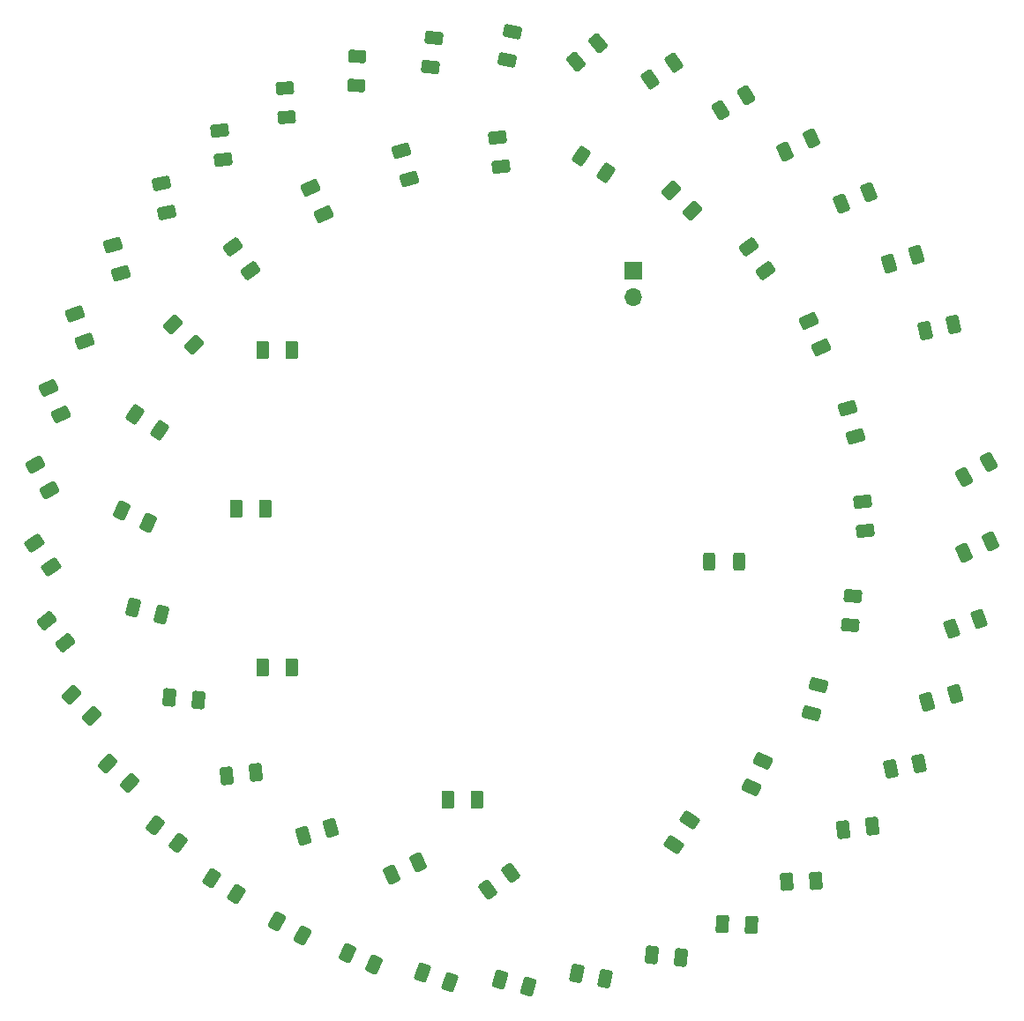
<source format=gbr>
%TF.GenerationSoftware,KiCad,Pcbnew,7.0.6*%
%TF.CreationDate,2023-07-26T18:59:44+05:30*%
%TF.ProjectId,class3_assignment,636c6173-7333-45f6-9173-7369676e6d65,rev?*%
%TF.SameCoordinates,Original*%
%TF.FileFunction,Soldermask,Top*%
%TF.FilePolarity,Negative*%
%FSLAX46Y46*%
G04 Gerber Fmt 4.6, Leading zero omitted, Abs format (unit mm)*
G04 Created by KiCad (PCBNEW 7.0.6) date 2023-07-26 18:59:44*
%MOMM*%
%LPD*%
G01*
G04 APERTURE LIST*
G04 Aperture macros list*
%AMRoundRect*
0 Rectangle with rounded corners*
0 $1 Rounding radius*
0 $2 $3 $4 $5 $6 $7 $8 $9 X,Y pos of 4 corners*
0 Add a 4 corners polygon primitive as box body*
4,1,4,$2,$3,$4,$5,$6,$7,$8,$9,$2,$3,0*
0 Add four circle primitives for the rounded corners*
1,1,$1+$1,$2,$3*
1,1,$1+$1,$4,$5*
1,1,$1+$1,$6,$7*
1,1,$1+$1,$8,$9*
0 Add four rect primitives between the rounded corners*
20,1,$1+$1,$2,$3,$4,$5,0*
20,1,$1+$1,$4,$5,$6,$7,0*
20,1,$1+$1,$6,$7,$8,$9,0*
20,1,$1+$1,$8,$9,$2,$3,0*%
G04 Aperture macros list end*
%ADD10RoundRect,0.250000X0.696886X0.213542X0.139527X0.715389X-0.696886X-0.213542X-0.139527X-0.715389X0*%
%ADD11RoundRect,0.250000X0.724924X-0.075729X0.407961X0.604002X-0.724924X0.075729X-0.407961X-0.604002X0*%
%ADD12RoundRect,0.250000X0.188200X0.704153X-0.532746X0.497425X-0.188200X-0.704153X0.532746X-0.497425X0*%
%ADD13RoundRect,0.250000X0.296036X0.666042X-0.448373X0.574640X-0.296036X-0.666042X0.448373X-0.574640X0*%
%ADD14RoundRect,0.250000X-0.051303X0.727061X-0.665667X0.296879X0.051303X-0.727061X0.665667X-0.296879X0*%
%ADD15RoundRect,0.250000X0.680292X0.261634X0.089284X0.723380X-0.680292X-0.261634X-0.089284X-0.723380X0*%
%ADD16RoundRect,0.250000X0.726055X0.063984X0.285216X0.670747X-0.726055X-0.063984X-0.285216X-0.670747X0*%
%ADD17RoundRect,0.250000X0.418440X-0.596790X0.723492X0.088369X-0.418440X0.596790X-0.723492X-0.088369X0*%
%ADD18RoundRect,0.250000X0.666042X-0.296036X0.574640X0.448373X-0.666042X0.296036X-0.574640X-0.448373X0*%
%ADD19RoundRect,0.250000X0.582378X-0.438276X0.660774X0.307615X-0.582378X0.438276X-0.660774X-0.307615X0*%
%ADD20RoundRect,0.250000X0.126113X0.717876X-0.574073X0.449100X-0.126113X-0.717876X0.574073X-0.449100X0*%
%ADD21R,1.700000X1.700000*%
%ADD22O,1.700000X1.700000*%
%ADD23RoundRect,0.250000X-0.114476X0.719823X-0.689009X0.237732X0.114476X-0.719823X0.689009X-0.237732X0*%
%ADD24RoundRect,0.250000X0.075729X0.724924X-0.604002X0.407961X-0.075729X-0.724924X0.604002X-0.407961X0*%
%ADD25RoundRect,0.250000X-0.375000X-0.625000X0.375000X-0.625000X0.375000X0.625000X-0.375000X0.625000X0*%
%ADD26RoundRect,0.250000X0.236861X0.689309X-0.496750X0.533375X-0.236861X-0.689309X0.496750X-0.533375X0*%
%ADD27RoundRect,0.250000X0.596790X0.418440X-0.088369X0.723492X-0.596790X-0.418440X0.088369X-0.723492X0*%
%ADD28RoundRect,0.250000X0.341776X0.643769X-0.407196X0.604517X-0.341776X-0.643769X0.407196X-0.604517X0*%
%ADD29RoundRect,0.250000X0.515714X-0.515062X0.697156X0.212660X-0.515714X0.515062X-0.697156X-0.212660X0*%
%ADD30RoundRect,0.250000X0.689309X-0.236861X0.533375X0.496750X-0.689309X0.236861X-0.533375X-0.496750X0*%
%ADD31RoundRect,0.250000X0.523984X0.506646X-0.200460X0.700761X-0.523984X-0.506646X0.200460X-0.700761X0*%
%ADD32RoundRect,0.250000X0.717876X-0.126113X0.449100X0.574073X-0.717876X0.126113X-0.449100X-0.574073X0*%
%ADD33RoundRect,0.250000X0.654901X0.319929X0.025898X0.728409X-0.654901X-0.319929X-0.025898X-0.728409X0*%
%ADD34RoundRect,0.250000X0.224794X0.693338X-0.505983X0.524625X-0.224794X-0.693338X0.505983X-0.524625X0*%
%ADD35RoundRect,0.250000X0.726135X-0.063066X0.397357X0.611030X-0.726135X0.063066X-0.397357X-0.611030X0*%
%ADD36RoundRect,0.250000X0.541964X-0.487366X0.685070X0.248855X-0.541964X0.487366X-0.685070X-0.248855X0*%
%ADD37RoundRect,0.250000X0.396584X0.611532X-0.352959X0.637707X-0.396584X-0.611532X0.352959X-0.637707X0*%
%ADD38RoundRect,0.250000X0.704153X-0.188200X0.497425X0.532746X-0.704153X0.188200X-0.497425X-0.532746X0*%
%ADD39RoundRect,0.250000X0.063066X0.726135X-0.611030X0.397357X-0.063066X-0.726135X0.611030X-0.397357X0*%
%ADD40RoundRect,0.250000X0.727846X0.038606X0.308451X0.660385X-0.727846X-0.038606X-0.308451X-0.660385X0*%
%ADD41RoundRect,0.250000X0.308451X-0.660385X0.727846X-0.038606X-0.308451X0.660385X-0.727846X0.038606X0*%
%ADD42RoundRect,0.250000X0.175882X0.707330X-0.541347X0.488051X-0.175882X-0.707330X0.541347X-0.488051X0*%
%ADD43RoundRect,0.250000X0.566147X0.459050X-0.138622X0.715565X-0.566147X-0.459050X0.138622X-0.715565X0*%
%ADD44RoundRect,0.250000X0.113565X0.719967X-0.581823X0.439012X-0.113565X-0.719967X0.581823X-0.439012X0*%
%ADD45RoundRect,0.250000X0.721711X0.101896X0.249721X0.684755X-0.721711X-0.101896X-0.249721X-0.684755X0*%
%ADD46RoundRect,0.250000X0.703914X0.189090X0.164409X0.710084X-0.703914X-0.189090X-0.164409X-0.710084X0*%
%ADD47RoundRect,0.250000X0.438276X0.582378X-0.307615X0.660774X-0.438276X-0.582378X0.307615X-0.660774X0*%
%ADD48RoundRect,0.250000X0.611532X-0.396584X0.637707X0.352959X-0.611532X0.396584X-0.637707X-0.352959X0*%
%ADD49RoundRect,0.250000X0.660385X0.308451X0.038606X0.727846X-0.660385X-0.308451X-0.038606X-0.727846X0*%
%ADD50RoundRect,0.250000X0.307615X0.660774X-0.438276X0.582378X-0.307615X-0.660774X0.438276X-0.582378X0*%
%ADD51RoundRect,0.250000X0.630988X0.364834X-0.024976X0.728441X-0.630988X-0.364834X0.024976X-0.728441X0*%
%ADD52RoundRect,0.250000X0.660774X-0.307615X0.582378X0.438276X-0.660774X0.307615X-0.582378X-0.438276X0*%
%ADD53RoundRect,0.250000X0.487366X0.541964X-0.248855X0.685070X-0.487366X-0.541964X0.248855X-0.685070X0*%
%ADD54RoundRect,0.250000X-0.000461X0.728869X-0.643337X0.342590X0.000461X-0.728869X0.643337X-0.342590X0*%
%ADD55RoundRect,0.250000X0.597319X-0.417684X0.649636X0.330489X-0.597319X0.417684X-0.649636X-0.330489X0*%
%ADD56RoundRect,0.250000X-0.063984X0.726055X-0.670747X0.285216X0.063984X-0.726055X0.670747X-0.285216X0*%
%ADD57RoundRect,0.250000X0.515062X0.515714X-0.212660X0.697156X-0.515062X-0.515714X0.212660X-0.697156X0*%
%ADD58RoundRect,0.250000X0.417684X0.597319X-0.330489X0.649636X-0.417684X-0.597319X0.330489X-0.649636X0*%
%ADD59RoundRect,0.250000X0.728766X-0.012260X0.353766X0.637260X-0.728766X0.012260X-0.353766X-0.637260X0*%
%ADD60RoundRect,0.250000X0.643769X-0.341776X0.604517X0.407196X-0.643769X0.341776X-0.604517X-0.407196X0*%
%ADD61RoundRect,0.250000X0.012260X0.728766X-0.637260X0.353766X-0.012260X-0.728766X0.637260X-0.353766X0*%
%ADD62RoundRect,0.250000X0.712845X0.151991X0.201347X0.700507X-0.712845X-0.151991X-0.201347X-0.700507X0*%
%ADD63RoundRect,0.250000X-0.312500X-0.625000X0.312500X-0.625000X0.312500X0.625000X-0.312500X0.625000X0*%
G04 APERTURE END LIST*
D10*
%TO.C,D21*%
X162464403Y-140619283D03*
X160383597Y-138745717D03*
%TD*%
D11*
%TO.C,D26*%
X155877266Y-105227731D03*
X154693934Y-102690069D03*
%TD*%
D12*
%TO.C,D8*%
X241717366Y-132042308D03*
X239025834Y-132814092D03*
%TD*%
D13*
%TO.C,D10*%
X233779965Y-144785583D03*
X231000835Y-145126817D03*
%TD*%
D14*
%TO.C,D36*%
X214746313Y-71493993D03*
X212452687Y-73100007D03*
%TD*%
D15*
%TO.C,D20*%
X167141215Y-146397226D03*
X164934785Y-144673374D03*
%TD*%
D16*
%TO.C,D57*%
X223519999Y-91440024D03*
X221874201Y-89174776D03*
%TD*%
D17*
%TO.C,D63*%
X222127669Y-141083864D03*
X223266531Y-138525936D03*
%TD*%
D18*
%TO.C,D30*%
X171414717Y-80774465D03*
X171073483Y-77995335D03*
%TD*%
D19*
%TO.C,D33*%
X191375460Y-71854831D03*
X191668140Y-69070169D03*
%TD*%
D20*
%TO.C,D7*%
X244012513Y-124848685D03*
X241398487Y-125852115D03*
%TD*%
D21*
%TO.C,J1*%
X210820000Y-91440000D03*
D22*
X210820000Y-93980000D03*
%TD*%
D23*
%TO.C,D35*%
X207448462Y-69562597D03*
X205303538Y-71362403D03*
%TD*%
D24*
%TO.C,D6*%
X245108131Y-117392734D03*
X242570469Y-118576066D03*
%TD*%
D25*
%TO.C,D3*%
X175260000Y-129540000D03*
X178060000Y-129540000D03*
%TD*%
D26*
%TO.C,D9*%
X238270907Y-138732724D03*
X235532093Y-139314876D03*
%TD*%
D27*
%TO.C,D48*%
X164227364Y-115625531D03*
X161669436Y-114486669D03*
%TD*%
D28*
%TO.C,D11*%
X228360181Y-149989430D03*
X225564019Y-150135970D03*
%TD*%
D29*
%TO.C,D62*%
X227920609Y-133914514D03*
X228597991Y-131197686D03*
%TD*%
D30*
%TO.C,D29*%
X166062476Y-85813207D03*
X165480324Y-83074393D03*
%TD*%
D31*
%TO.C,D15*%
X200693896Y-160205947D03*
X197989304Y-159481253D03*
%TD*%
D32*
%TO.C,D27*%
X158182915Y-98208613D03*
X157179485Y-95594587D03*
%TD*%
D33*
%TO.C,D19*%
X172728739Y-151308695D03*
X170380461Y-149783705D03*
%TD*%
D34*
%TO.C,D41*%
X241580718Y-96586669D03*
X238852482Y-97216531D03*
%TD*%
D35*
%TO.C,D58*%
X228873020Y-98814412D03*
X227645580Y-96297788D03*
%TD*%
D36*
%TO.C,D34*%
X198681767Y-71219578D03*
X199216033Y-68471022D03*
%TD*%
D37*
%TO.C,D12*%
X222164447Y-154252059D03*
X219366153Y-154154341D03*
%TD*%
D38*
%TO.C,D53*%
X189275592Y-82594466D03*
X188503808Y-79902934D03*
%TD*%
%TO.C,D28*%
X161594592Y-91682366D03*
X160822808Y-88990834D03*
%TD*%
D39*
%TO.C,D43*%
X190148012Y-148249780D03*
X187631388Y-149477220D03*
%TD*%
D40*
%TO.C,D24*%
X154902970Y-119927953D03*
X153337230Y-117606647D03*
%TD*%
D12*
%TO.C,D44*%
X181794166Y-144981108D03*
X179102634Y-145752892D03*
%TD*%
D41*
%TO.C,D64*%
X214665530Y-146527653D03*
X216231270Y-144206347D03*
%TD*%
D42*
%TO.C,D40*%
X238027927Y-89927280D03*
X235350273Y-90745920D03*
%TD*%
D43*
%TO.C,D16*%
X193224870Y-159770128D03*
X190593730Y-158812472D03*
%TD*%
D44*
%TO.C,D39*%
X233424457Y-83919351D03*
X230828343Y-84968249D03*
%TD*%
D45*
%TO.C,D23*%
X156263349Y-127200404D03*
X154501251Y-125024396D03*
%TD*%
D46*
%TO.C,D56*%
X216455476Y-85717722D03*
X214441324Y-83772678D03*
%TD*%
D47*
%TO.C,D13*%
X215362531Y-157410540D03*
X212577869Y-157117860D03*
%TD*%
D25*
%TO.C,D1*%
X175260000Y-99060000D03*
X178060000Y-99060000D03*
%TD*%
D46*
%TO.C,D50*%
X168644576Y-98528622D03*
X166630424Y-96583578D03*
%TD*%
D48*
%TO.C,D32*%
X184249441Y-73696147D03*
X184347159Y-70897853D03*
%TD*%
D49*
%TO.C,D49*%
X165301653Y-106780270D03*
X162980347Y-105214530D03*
%TD*%
D50*
%TO.C,D45*%
X174591931Y-139658560D03*
X171807269Y-139951240D03*
%TD*%
D16*
%TO.C,D51*%
X174022499Y-91440024D03*
X172376701Y-89174776D03*
%TD*%
D39*
%TO.C,D38*%
X227912012Y-78771180D03*
X225395388Y-79998620D03*
%TD*%
D51*
%TO.C,D18*%
X179047168Y-155256733D03*
X176598232Y-153899267D03*
%TD*%
D35*
%TO.C,D52*%
X181062120Y-86003512D03*
X179834680Y-83486888D03*
%TD*%
D52*
%TO.C,D54*%
X198094740Y-81448431D03*
X197802060Y-78663769D03*
%TD*%
%TO.C,D60*%
X233094740Y-116448431D03*
X232802060Y-113663769D03*
%TD*%
D53*
%TO.C,D14*%
X208137378Y-159428833D03*
X205388822Y-158894567D03*
%TD*%
D54*
%TO.C,D37*%
X221621034Y-74577547D03*
X219220966Y-76019653D03*
%TD*%
D55*
%TO.C,D61*%
X231658141Y-125511390D03*
X231853459Y-122718210D03*
%TD*%
D56*
%TO.C,D42*%
X199081024Y-149233201D03*
X196815776Y-150878999D03*
%TD*%
D57*
%TO.C,D47*%
X165499414Y-124453491D03*
X162782586Y-123776109D03*
%TD*%
D58*
%TO.C,D46*%
X169034090Y-132653759D03*
X166240910Y-132458441D03*
%TD*%
D25*
%TO.C,D4*%
X193040000Y-142240000D03*
X195840000Y-142240000D03*
%TD*%
D59*
%TO.C,D25*%
X154787600Y-112527136D03*
X153387600Y-110102264D03*
%TD*%
D60*
%TO.C,D31*%
X177550070Y-76696681D03*
X177403530Y-73900519D03*
%TD*%
D27*
%TO.C,D17*%
X185949164Y-158089331D03*
X183391236Y-156950469D03*
%TD*%
D61*
%TO.C,D5*%
X244954136Y-109832300D03*
X242529264Y-111232300D03*
%TD*%
D38*
%TO.C,D59*%
X232141692Y-107343166D03*
X231369908Y-104651634D03*
%TD*%
D62*
%TO.C,D22*%
X158794198Y-134172395D03*
X156884602Y-132124605D03*
%TD*%
D25*
%TO.C,D2*%
X172720000Y-114300000D03*
X175520000Y-114300000D03*
%TD*%
D63*
%TO.C,R1*%
X218055000Y-119380000D03*
X220980000Y-119380000D03*
%TD*%
D49*
%TO.C,D55*%
X208167653Y-82031570D03*
X205846347Y-80465830D03*
%TD*%
M02*

</source>
